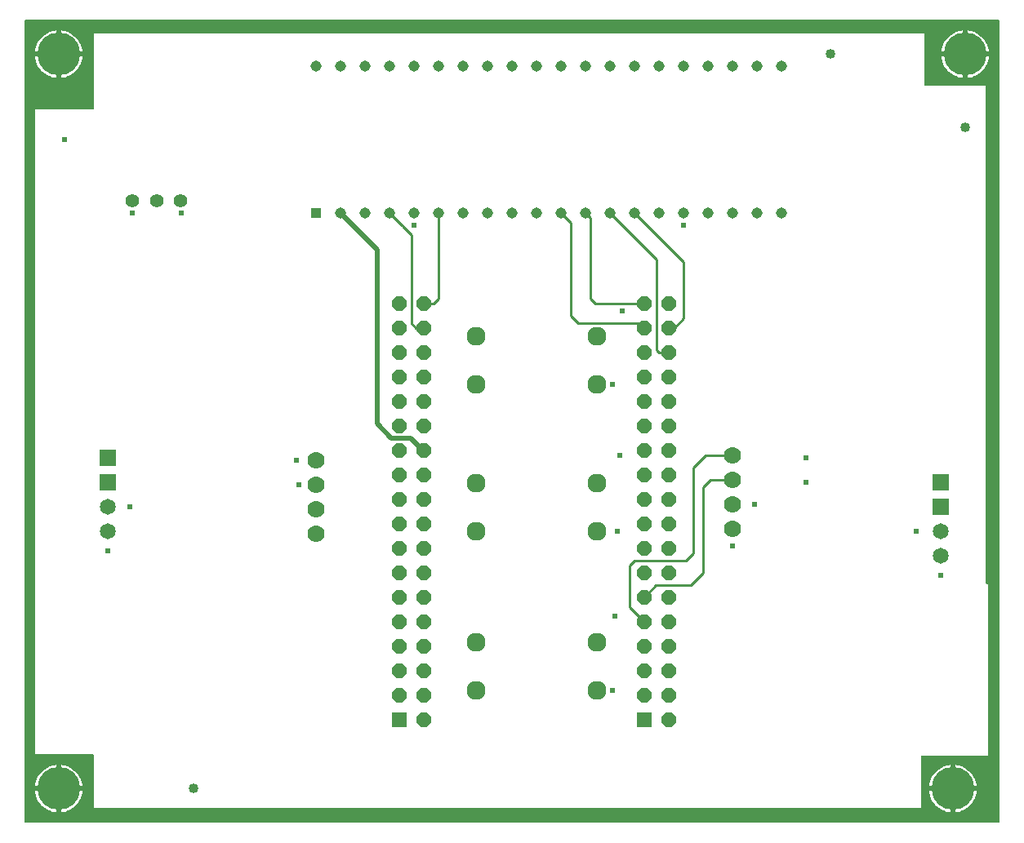
<source format=gbr>
G04 EAGLE Gerber RS-274X export*
G75*
%MOMM*%
%FSLAX34Y34*%
%LPD*%
%INBottom Copper*%
%IPPOS*%
%AMOC8*
5,1,8,0,0,1.08239X$1,22.5*%
G01*
%ADD10R,1.524000X1.524000*%
%ADD11P,1.649562X8X112.500000*%
%ADD12C,1.778000*%
%ADD13R,1.140000X1.140000*%
%ADD14C,1.140000*%
%ADD15C,1.960000*%
%ADD16C,1.400000*%
%ADD17R,1.651000X1.651000*%
%ADD18C,1.651000*%
%ADD19C,1.016000*%
%ADD20C,4.445000*%
%ADD21C,0.609600*%
%ADD22C,0.508000*%
%ADD23C,0.254000*%

G36*
X1013444Y834508D02*
X1013444Y834508D01*
X1013437Y834627D01*
X1013424Y834665D01*
X1013419Y834706D01*
X1013376Y834816D01*
X1013339Y834929D01*
X1013317Y834964D01*
X1013302Y835001D01*
X1013233Y835097D01*
X1013169Y835198D01*
X1013139Y835226D01*
X1013116Y835259D01*
X1013024Y835335D01*
X1012937Y835416D01*
X1012902Y835436D01*
X1012871Y835461D01*
X1012763Y835512D01*
X1012659Y835570D01*
X1012619Y835580D01*
X1012583Y835597D01*
X1012466Y835619D01*
X1012351Y835649D01*
X1012291Y835653D01*
X1012271Y835657D01*
X1012250Y835655D01*
X1012190Y835659D01*
X3810Y835659D01*
X3692Y835644D01*
X3573Y835637D01*
X3535Y835624D01*
X3494Y835619D01*
X3384Y835576D01*
X3271Y835539D01*
X3236Y835517D01*
X3199Y835502D01*
X3103Y835433D01*
X3002Y835369D01*
X2974Y835339D01*
X2941Y835316D01*
X2865Y835224D01*
X2784Y835137D01*
X2764Y835102D01*
X2739Y835071D01*
X2688Y834963D01*
X2630Y834859D01*
X2620Y834819D01*
X2603Y834783D01*
X2581Y834666D01*
X2551Y834551D01*
X2547Y834491D01*
X2543Y834471D01*
X2545Y834450D01*
X2541Y834390D01*
X2541Y3810D01*
X2556Y3692D01*
X2563Y3573D01*
X2576Y3535D01*
X2581Y3494D01*
X2624Y3384D01*
X2661Y3271D01*
X2683Y3236D01*
X2698Y3199D01*
X2767Y3103D01*
X2831Y3002D01*
X2861Y2974D01*
X2884Y2941D01*
X2976Y2865D01*
X3063Y2784D01*
X3098Y2764D01*
X3129Y2739D01*
X3237Y2688D01*
X3341Y2630D01*
X3381Y2620D01*
X3417Y2603D01*
X3534Y2581D01*
X3649Y2551D01*
X3709Y2547D01*
X3729Y2543D01*
X3750Y2545D01*
X3810Y2541D01*
X1012190Y2541D01*
X1012308Y2556D01*
X1012427Y2563D01*
X1012465Y2576D01*
X1012506Y2581D01*
X1012616Y2624D01*
X1012729Y2661D01*
X1012764Y2683D01*
X1012801Y2698D01*
X1012897Y2767D01*
X1012998Y2831D01*
X1013026Y2861D01*
X1013059Y2884D01*
X1013135Y2976D01*
X1013216Y3063D01*
X1013236Y3098D01*
X1013261Y3129D01*
X1013312Y3237D01*
X1013370Y3341D01*
X1013380Y3381D01*
X1013397Y3417D01*
X1013419Y3534D01*
X1013449Y3649D01*
X1013453Y3709D01*
X1013457Y3729D01*
X1013455Y3750D01*
X1013459Y3810D01*
X1013459Y834390D01*
X1013444Y834508D01*
G37*
%LPC*%
G36*
X73660Y742951D02*
X73660Y742951D01*
X73778Y742966D01*
X73897Y742973D01*
X73935Y742986D01*
X73976Y742991D01*
X74086Y743034D01*
X74199Y743071D01*
X74234Y743093D01*
X74271Y743108D01*
X74367Y743178D01*
X74468Y743241D01*
X74496Y743271D01*
X74529Y743294D01*
X74605Y743386D01*
X74686Y743473D01*
X74706Y743508D01*
X74731Y743539D01*
X74782Y743647D01*
X74840Y743751D01*
X74850Y743791D01*
X74867Y743827D01*
X74889Y743944D01*
X74919Y744059D01*
X74923Y744120D01*
X74927Y744140D01*
X74925Y744160D01*
X74929Y744220D01*
X74929Y821691D01*
X935991Y821691D01*
X935991Y768350D01*
X936006Y768232D01*
X936013Y768113D01*
X936026Y768075D01*
X936031Y768034D01*
X936074Y767924D01*
X936111Y767811D01*
X936133Y767776D01*
X936148Y767739D01*
X936218Y767643D01*
X936281Y767542D01*
X936311Y767514D01*
X936334Y767481D01*
X936426Y767406D01*
X936513Y767324D01*
X936548Y767304D01*
X936579Y767279D01*
X936687Y767228D01*
X936791Y767170D01*
X936831Y767160D01*
X936867Y767143D01*
X936984Y767121D01*
X937099Y767091D01*
X937160Y767087D01*
X937180Y767083D01*
X937200Y767085D01*
X937260Y767081D01*
X999491Y767081D01*
X999491Y251460D01*
X999506Y251342D01*
X999513Y251223D01*
X999526Y251185D01*
X999531Y251144D01*
X999574Y251034D01*
X999611Y250921D01*
X999633Y250886D01*
X999648Y250849D01*
X999718Y250753D01*
X999781Y250652D01*
X999811Y250624D01*
X999834Y250591D01*
X999926Y250516D01*
X1000013Y250434D01*
X1000048Y250414D01*
X1000079Y250389D01*
X1000187Y250338D01*
X1000291Y250280D01*
X1000331Y250270D01*
X1000367Y250253D01*
X1000484Y250231D01*
X1000599Y250201D01*
X1000660Y250197D01*
X1000680Y250193D01*
X1000700Y250195D01*
X1000760Y250191D01*
X1002031Y250191D01*
X1002031Y72389D01*
X933450Y72389D01*
X933332Y72374D01*
X933213Y72367D01*
X933175Y72354D01*
X933134Y72349D01*
X933024Y72306D01*
X932911Y72269D01*
X932876Y72247D01*
X932839Y72232D01*
X932743Y72163D01*
X932642Y72099D01*
X932614Y72069D01*
X932581Y72046D01*
X932506Y71954D01*
X932424Y71867D01*
X932404Y71832D01*
X932379Y71801D01*
X932328Y71693D01*
X932270Y71589D01*
X932260Y71549D01*
X932243Y71513D01*
X932221Y71396D01*
X932191Y71281D01*
X932187Y71221D01*
X932183Y71201D01*
X932185Y71180D01*
X932183Y71161D01*
X932181Y71120D01*
X932181Y17779D01*
X74929Y17779D01*
X74929Y72390D01*
X74914Y72508D01*
X74907Y72627D01*
X74894Y72665D01*
X74889Y72706D01*
X74846Y72816D01*
X74809Y72929D01*
X74787Y72964D01*
X74772Y73001D01*
X74703Y73097D01*
X74639Y73198D01*
X74609Y73226D01*
X74586Y73259D01*
X74494Y73335D01*
X74407Y73416D01*
X74372Y73436D01*
X74341Y73461D01*
X74233Y73512D01*
X74129Y73570D01*
X74089Y73580D01*
X74053Y73597D01*
X73936Y73619D01*
X73821Y73649D01*
X73761Y73653D01*
X73741Y73657D01*
X73720Y73655D01*
X73660Y73659D01*
X13969Y73659D01*
X13969Y742951D01*
X73660Y742951D01*
G37*
%LPD*%
%LPC*%
G36*
X40639Y802639D02*
X40639Y802639D01*
X40639Y824736D01*
X42255Y824554D01*
X44967Y823935D01*
X47592Y823017D01*
X50099Y821810D01*
X52454Y820330D01*
X54629Y818595D01*
X56595Y816629D01*
X58330Y814454D01*
X59810Y812099D01*
X61017Y809592D01*
X61935Y806967D01*
X62554Y804255D01*
X62736Y802639D01*
X40639Y802639D01*
G37*
%LPD*%
%LPC*%
G36*
X980439Y802639D02*
X980439Y802639D01*
X980439Y824736D01*
X982055Y824554D01*
X984767Y823935D01*
X987392Y823017D01*
X989899Y821810D01*
X992254Y820330D01*
X994429Y818595D01*
X996395Y816629D01*
X998130Y814454D01*
X999610Y812099D01*
X1000817Y809592D01*
X1001735Y806967D01*
X1002354Y804255D01*
X1002536Y802639D01*
X980439Y802639D01*
G37*
%LPD*%
%LPC*%
G36*
X40639Y40639D02*
X40639Y40639D01*
X40639Y62736D01*
X42255Y62554D01*
X44967Y61935D01*
X47592Y61017D01*
X50099Y59810D01*
X52454Y58330D01*
X54629Y56595D01*
X56595Y54629D01*
X58330Y52454D01*
X59810Y50099D01*
X61017Y47592D01*
X61935Y44967D01*
X62554Y42255D01*
X62736Y40639D01*
X40639Y40639D01*
G37*
%LPD*%
%LPC*%
G36*
X967739Y40639D02*
X967739Y40639D01*
X967739Y62736D01*
X969355Y62554D01*
X972067Y61935D01*
X974692Y61017D01*
X977199Y59810D01*
X979554Y58330D01*
X981729Y56595D01*
X983695Y54629D01*
X985430Y52454D01*
X986910Y50099D01*
X988117Y47592D01*
X989035Y44967D01*
X989654Y42255D01*
X989836Y40639D01*
X967739Y40639D01*
G37*
%LPD*%
%LPC*%
G36*
X13464Y802639D02*
X13464Y802639D01*
X13646Y804255D01*
X14265Y806967D01*
X15183Y809592D01*
X16390Y812099D01*
X17870Y814454D01*
X19605Y816629D01*
X21571Y818595D01*
X23746Y820330D01*
X26101Y821810D01*
X28608Y823017D01*
X31233Y823935D01*
X33945Y824554D01*
X35561Y824736D01*
X35561Y802639D01*
X13464Y802639D01*
G37*
%LPD*%
%LPC*%
G36*
X953264Y802639D02*
X953264Y802639D01*
X953446Y804255D01*
X954065Y806967D01*
X954983Y809592D01*
X956190Y812099D01*
X957670Y814454D01*
X959405Y816629D01*
X961371Y818595D01*
X963546Y820330D01*
X965901Y821810D01*
X968408Y823017D01*
X971033Y823935D01*
X973745Y824554D01*
X975361Y824736D01*
X975361Y802639D01*
X953264Y802639D01*
G37*
%LPD*%
%LPC*%
G36*
X980439Y797561D02*
X980439Y797561D01*
X1002536Y797561D01*
X1002354Y795945D01*
X1001735Y793233D01*
X1000817Y790608D01*
X999610Y788101D01*
X998130Y785746D01*
X996395Y783571D01*
X994429Y781605D01*
X992254Y779870D01*
X989899Y778390D01*
X987392Y777183D01*
X984767Y776265D01*
X982055Y775646D01*
X980439Y775464D01*
X980439Y797561D01*
G37*
%LPD*%
%LPC*%
G36*
X40639Y797561D02*
X40639Y797561D01*
X62736Y797561D01*
X62554Y795945D01*
X61935Y793233D01*
X61017Y790608D01*
X59810Y788101D01*
X58330Y785746D01*
X56595Y783571D01*
X54629Y781605D01*
X52454Y779870D01*
X50099Y778390D01*
X47592Y777183D01*
X44967Y776265D01*
X42255Y775646D01*
X40639Y775464D01*
X40639Y797561D01*
G37*
%LPD*%
%LPC*%
G36*
X13464Y40639D02*
X13464Y40639D01*
X13646Y42255D01*
X14265Y44967D01*
X15183Y47592D01*
X16390Y50099D01*
X17870Y52454D01*
X19605Y54629D01*
X21571Y56595D01*
X23746Y58330D01*
X26101Y59810D01*
X28608Y61017D01*
X31233Y61935D01*
X33945Y62554D01*
X35561Y62736D01*
X35561Y40639D01*
X13464Y40639D01*
G37*
%LPD*%
%LPC*%
G36*
X940564Y40639D02*
X940564Y40639D01*
X940746Y42255D01*
X941365Y44967D01*
X942283Y47592D01*
X943490Y50099D01*
X944970Y52454D01*
X946705Y54629D01*
X948671Y56595D01*
X950846Y58330D01*
X953201Y59810D01*
X955708Y61017D01*
X958333Y61935D01*
X961045Y62554D01*
X962661Y62736D01*
X962661Y40639D01*
X940564Y40639D01*
G37*
%LPD*%
%LPC*%
G36*
X967739Y35561D02*
X967739Y35561D01*
X989836Y35561D01*
X989654Y33945D01*
X989035Y31233D01*
X988117Y28608D01*
X986910Y26101D01*
X985430Y23746D01*
X983695Y21571D01*
X981729Y19605D01*
X979554Y17870D01*
X977199Y16390D01*
X974692Y15183D01*
X972067Y14265D01*
X969355Y13646D01*
X967739Y13464D01*
X967739Y35561D01*
G37*
%LPD*%
%LPC*%
G36*
X40639Y35561D02*
X40639Y35561D01*
X62736Y35561D01*
X62554Y33945D01*
X61935Y31233D01*
X61017Y28608D01*
X59810Y26101D01*
X58330Y23746D01*
X56595Y21571D01*
X54629Y19605D01*
X52454Y17870D01*
X50099Y16390D01*
X47592Y15183D01*
X44967Y14265D01*
X42255Y13646D01*
X40639Y13464D01*
X40639Y35561D01*
G37*
%LPD*%
%LPC*%
G36*
X973745Y775646D02*
X973745Y775646D01*
X971033Y776265D01*
X968408Y777183D01*
X965901Y778390D01*
X963546Y779870D01*
X961371Y781605D01*
X959405Y783571D01*
X957670Y785746D01*
X956190Y788101D01*
X954983Y790608D01*
X954065Y793233D01*
X953446Y795945D01*
X953264Y797561D01*
X975361Y797561D01*
X975361Y775464D01*
X973745Y775646D01*
G37*
%LPD*%
%LPC*%
G36*
X33945Y775646D02*
X33945Y775646D01*
X31233Y776265D01*
X28608Y777183D01*
X26101Y778390D01*
X23746Y779870D01*
X21571Y781605D01*
X19605Y783571D01*
X17870Y785746D01*
X16390Y788101D01*
X15183Y790608D01*
X14265Y793233D01*
X13646Y795945D01*
X13464Y797561D01*
X35561Y797561D01*
X35561Y775464D01*
X33945Y775646D01*
G37*
%LPD*%
%LPC*%
G36*
X961045Y13646D02*
X961045Y13646D01*
X958333Y14265D01*
X955708Y15183D01*
X953201Y16390D01*
X950846Y17870D01*
X948671Y19605D01*
X946705Y21571D01*
X944970Y23746D01*
X943490Y26101D01*
X942283Y28608D01*
X941365Y31233D01*
X940746Y33945D01*
X940564Y35561D01*
X962661Y35561D01*
X962661Y13464D01*
X961045Y13646D01*
G37*
%LPD*%
%LPC*%
G36*
X33945Y13646D02*
X33945Y13646D01*
X31233Y14265D01*
X28608Y15183D01*
X26101Y16390D01*
X23746Y17870D01*
X21571Y19605D01*
X19605Y21571D01*
X17870Y23746D01*
X16390Y26101D01*
X15183Y28608D01*
X14265Y31233D01*
X13646Y33945D01*
X13464Y35561D01*
X35561Y35561D01*
X35561Y13464D01*
X33945Y13646D01*
G37*
%LPD*%
%LPC*%
G36*
X977899Y800099D02*
X977899Y800099D01*
X977899Y800101D01*
X977901Y800101D01*
X977901Y800099D01*
X977899Y800099D01*
G37*
%LPD*%
%LPC*%
G36*
X38099Y800099D02*
X38099Y800099D01*
X38099Y800101D01*
X38101Y800101D01*
X38101Y800099D01*
X38099Y800099D01*
G37*
%LPD*%
%LPC*%
G36*
X965199Y38099D02*
X965199Y38099D01*
X965199Y38101D01*
X965201Y38101D01*
X965201Y38099D01*
X965199Y38099D01*
G37*
%LPD*%
%LPC*%
G36*
X38099Y38099D02*
X38099Y38099D01*
X38099Y38101D01*
X38101Y38101D01*
X38101Y38099D01*
X38099Y38099D01*
G37*
%LPD*%
D10*
X390900Y109900D03*
D11*
X416300Y109900D03*
X390900Y135300D03*
X416300Y135300D03*
X390900Y160700D03*
X416300Y160700D03*
X390900Y186100D03*
X416300Y186100D03*
X390900Y211500D03*
X416300Y211500D03*
X390900Y236900D03*
X416300Y236900D03*
X390900Y262300D03*
X416300Y262300D03*
X390900Y287700D03*
X416300Y287700D03*
X390900Y313100D03*
X416300Y313100D03*
X390900Y338500D03*
X416300Y338500D03*
X390900Y363900D03*
X416300Y363900D03*
X390900Y389300D03*
X416300Y389300D03*
X390900Y414700D03*
X416300Y414700D03*
X390900Y440100D03*
X416300Y440100D03*
X390900Y465500D03*
X416300Y465500D03*
X390900Y490900D03*
X416300Y490900D03*
X390900Y516300D03*
X416300Y516300D03*
X390900Y541700D03*
X416300Y541700D03*
D10*
X644900Y109900D03*
D11*
X670300Y109900D03*
X644900Y135300D03*
X670300Y135300D03*
X644900Y160700D03*
X670300Y160700D03*
X644900Y186100D03*
X670300Y186100D03*
X644900Y211500D03*
X670300Y211500D03*
X644900Y236900D03*
X670300Y236900D03*
X644900Y262300D03*
X670300Y262300D03*
X644900Y287700D03*
X670300Y287700D03*
X644900Y313100D03*
X670300Y313100D03*
X644900Y338500D03*
X670300Y338500D03*
X644900Y363900D03*
X670300Y363900D03*
X644900Y389300D03*
X670300Y389300D03*
X644900Y414700D03*
X670300Y414700D03*
X644900Y440100D03*
X670300Y440100D03*
X644900Y465500D03*
X670300Y465500D03*
X644900Y490900D03*
X670300Y490900D03*
X644900Y516300D03*
X670300Y516300D03*
X644900Y541700D03*
X670300Y541700D03*
D12*
X304800Y302260D03*
X304800Y327660D03*
X304800Y353060D03*
X304800Y378460D03*
D13*
X304800Y635000D03*
D14*
X330200Y635000D03*
X355600Y635000D03*
X381000Y635000D03*
X406400Y635000D03*
X431800Y635000D03*
X457200Y635000D03*
X482600Y635000D03*
X508000Y635000D03*
X533400Y635000D03*
X558800Y635000D03*
X584200Y635000D03*
X609600Y635000D03*
X635000Y635000D03*
X660400Y635000D03*
X685800Y635000D03*
X711200Y635000D03*
X736600Y635000D03*
X762000Y635000D03*
X787400Y635000D03*
X787400Y787400D03*
X762000Y787400D03*
X736600Y787400D03*
X711200Y787400D03*
X685800Y787400D03*
X660400Y787400D03*
X635000Y787400D03*
X609600Y787400D03*
X584200Y787400D03*
X558800Y787400D03*
X533400Y787400D03*
X508000Y787400D03*
X482600Y787400D03*
X457200Y787400D03*
X431800Y787400D03*
X406400Y787400D03*
X381000Y787400D03*
X355600Y787400D03*
X330200Y787400D03*
X304800Y787400D03*
D15*
X595900Y190100D03*
X595900Y140100D03*
X470900Y140100D03*
X470900Y190100D03*
X595900Y355200D03*
X595900Y305200D03*
X470900Y305200D03*
X470900Y355200D03*
X595900Y507600D03*
X595900Y457600D03*
X470900Y457600D03*
X470900Y507600D03*
D16*
X114700Y647700D03*
X139700Y647700D03*
X164700Y647700D03*
D12*
X736600Y383540D03*
X736600Y358140D03*
X736600Y332740D03*
X736600Y307340D03*
D17*
X952500Y355600D03*
X952500Y330200D03*
D18*
X952500Y304800D03*
X952500Y279400D03*
D17*
X88900Y381000D03*
X88900Y355600D03*
D18*
X88900Y330200D03*
X88900Y304800D03*
D19*
X838200Y800100D03*
X977900Y723900D03*
X177800Y38100D03*
D20*
X38100Y800100D03*
X38100Y38100D03*
X977900Y800100D03*
X965200Y38100D03*
D21*
X287020Y353060D03*
X111760Y330200D03*
X617220Y304800D03*
X612140Y139700D03*
X612140Y457200D03*
X927100Y304800D03*
X759460Y332740D03*
X406400Y622300D03*
X165100Y635000D03*
X44450Y711200D03*
X685800Y622300D03*
D22*
X368300Y596900D02*
X330200Y635000D01*
X415955Y389300D02*
X416300Y389300D01*
X403255Y402000D02*
X382860Y402000D01*
X403255Y402000D02*
X415955Y389300D01*
X368300Y416560D02*
X368300Y596900D01*
X368300Y416560D02*
X382860Y402000D01*
D21*
X812800Y355600D03*
X812800Y381000D03*
X622300Y533400D03*
X619760Y383540D03*
X614680Y217170D03*
X736600Y289560D03*
X284480Y378460D03*
X88900Y284480D03*
X952500Y259080D03*
X114300Y635000D03*
D23*
X629920Y226480D02*
X644900Y211500D01*
X629920Y226480D02*
X629920Y269240D01*
X635000Y274320D01*
X695960Y370840D02*
X708660Y383540D01*
X736600Y383540D01*
X688340Y274320D02*
X635000Y274320D01*
X688340Y274320D02*
X695960Y281940D01*
X695960Y370840D01*
X656920Y248920D02*
X644900Y236900D01*
X656920Y248920D02*
X693420Y248920D01*
X706120Y261620D01*
X706120Y350520D01*
X711200Y355600D01*
X713740Y358140D01*
X736600Y358140D01*
X394462Y622300D02*
X393700Y622300D01*
X381000Y635000D01*
X394462Y622300D02*
X394462Y621999D01*
X403860Y612601D01*
X408260Y516300D02*
X416300Y516300D01*
X403860Y520700D02*
X403860Y612601D01*
X403860Y520700D02*
X408260Y516300D01*
X431800Y546100D02*
X431800Y635000D01*
X431800Y546100D02*
X426720Y541020D01*
X416980Y541020D01*
X416300Y541700D01*
X558800Y635000D02*
X568960Y624840D01*
X568960Y528320D01*
X576580Y520700D01*
X589753Y520700D02*
X590263Y521210D01*
X639990Y521210D01*
X644900Y516300D01*
X589753Y520700D02*
X576580Y520700D01*
X589280Y629920D02*
X584200Y635000D01*
X589280Y629920D02*
X589280Y546100D01*
X594360Y541020D01*
X644220Y541020D01*
X644900Y541700D01*
X657860Y492760D02*
X660400Y490220D01*
X669620Y490220D01*
X670300Y490900D01*
X657860Y586740D02*
X609600Y635000D01*
X657860Y586740D02*
X657860Y492760D01*
X685800Y584200D02*
X635000Y635000D01*
X670300Y516300D02*
X676320Y516300D01*
X685800Y525780D02*
X685800Y584200D01*
X685800Y525780D02*
X676320Y516300D01*
M02*

</source>
